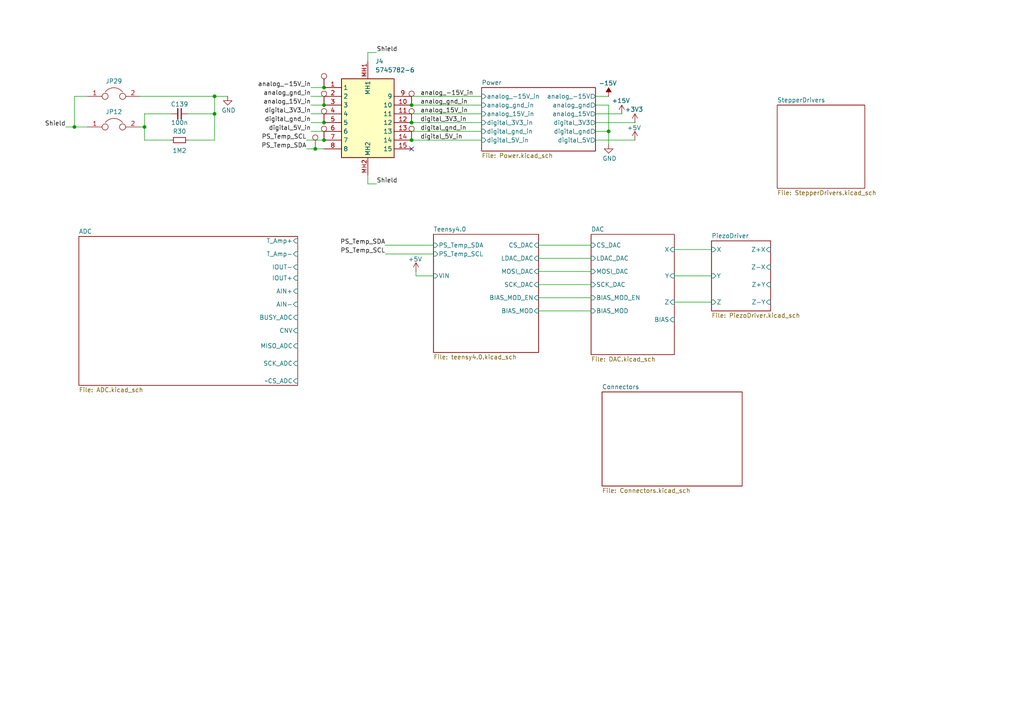
<source format=kicad_sch>
(kicad_sch (version 20250114) (generator "eeschema") (generator_version "9.0")
  (paper "A4")
  (lib_symbols
    (symbol "5745782-6:5745782-6"
      (property "Reference" "J" (at 29.21 12.7 0))
      (property "Value" "5745782-6" (at 29.21 10.16 0))
      (symbol "5745782-6_1_1"
        (rectangle (start 5.08 7.62) (end 27.94 -7.62) (stroke (width 0.254)) (fill (type background)))
        (pin passive line (at 0 0 0) (length 5.08) (name "MH2") (number "MH2"))
        (pin passive line (at 7.62 12.7 270) (length 5.08) (name "8") (number "8"))
        (pin passive line (at 7.62 -12.7 90) (length 5.08) (name "15") (number "15"))
        (pin passive line (at 10.16 12.7 270) (length 5.08) (name "7") (number "7"))
        (pin passive line (at 10.16 -12.7 90) (length 5.08) (name "14") (number "14"))
        (pin passive line (at 12.7 12.7 270) (length 5.08) (name "6") (number "6"))
        (pin passive line (at 12.7 -12.7 90) (length 5.08) (name "13") (number "13"))
        (pin passive line (at 15.24 12.7 270) (length 5.08) (name "5") (number "5"))
        (pin passive line (at 15.24 -12.7 90) (length 5.08) (name "12") (number "12"))
        (pin passive line (at 17.78 12.7 270) (length 5.08) (name "4") (number "4"))
        (pin passive line (at 17.78 -12.7 90) (length 5.08) (name "11") (number "11"))
        (pin passive line (at 20.32 12.7 270) (length 5.08) (name "3") (number "3"))
        (pin passive line (at 20.32 -12.7 90) (length 5.08) (name "10") (number "10"))
        (pin passive line (at 22.86 12.7 270) (length 5.08) (name "2") (number "2"))
        (pin passive line (at 22.86 -12.7 90) (length 5.08) (name "9") (number "9"))
        (pin passive line (at 25.4 12.7 270) (length 5.08) (name "1") (number "1"))
        (pin passive line (at 33.02 0 180) (length 5.08) (name "MH1") (number "MH1"))
      )
    )
    (symbol "Connector:TestPoint" (pin_numbers (hide yes)) (pin_names (offset 0.762) (hide yes))
      (property "Reference" "TP" (at 0 6.858 0))
      (property "Value" "TestPoint" (at 0 5.08 0))
      (symbol "TestPoint_0_1"
        (circle (center 0 3.302) (radius 0.762))
      )
      (symbol "TestPoint_1_1"
        (pin passive line (at 0 0 90) (length 2.54) (name "1") (number "1"))
      )
    )
    (symbol "Device:C_Small" (pin_numbers (hide yes)) (pin_names (offset 0.254) (hide yes))
      (property "Reference" "C" (at 0.254 1.778 0))
      (property "Value" "C_Small" (at 0.254 -2.032 0))
      (symbol "C_Small_0_1"
        (polyline (pts (xy -1.524 0.508) (xy 1.524 0.508)) (stroke (width 0.3048)))
        (polyline (pts (xy -1.524 -0.508) (xy 1.524 -0.508)) (stroke (width 0.3302)))
      )
      (symbol "C_Small_1_1"
        (pin passive line (at 0 2.54 270) (length 2.032) (name "~") (number "1"))
        (pin passive line (at 0 -2.54 90) (length 2.032) (name "~") (number "2"))
      )
    )
    (symbol "Device:R_Small" (pin_numbers (hide yes)) (pin_names (offset 0.254) (hide yes))
      (property "Reference" "R" (at 0.762 0.508 0))
      (property "Value" "R_Small" (at 0.762 -1.016 0))
      (symbol "R_Small_0_1"
        (rectangle (start -0.762 1.778) (end 0.762 -1.778) (stroke (width 0.2032)))
      )
      (symbol "R_Small_1_1"
        (pin passive line (at 0 2.54 270) (length 0.762) (name "~") (number "1"))
        (pin passive line (at 0 -2.54 90) (length 0.762) (name "~") (number "2"))
      )
    )
    (symbol "Mainboard-rescue:Jumper-Device" (pin_names (offset 0.762) (hide yes))
      (property "Reference" "JP" (at 0 3.81 0))
      (property "Value" "Device_Jumper" (at 0 -2.032 0))
      (symbol "Jumper-Device_0_1"
        (circle (center -2.54 0) (radius 0.889))
        (arc (start -2.4892 1.27) (mid 0.0077 2.4896) (end 2.5146 1.27))
        (circle (center 2.54 0) (radius 0.889))
        (pin passive line (at -7.62 0 0) (length 4.191) (name "1") (number "1"))
        (pin passive line (at 7.62 0 180) (length 4.191) (name "2") (number "2"))
      )
    )
    (symbol "power:+15V" (power) (pin_numbers (hide yes)) (pin_names (offset 0) (hide yes))
      (property "Value" "+15V" (at 0 3.556 0))
      (symbol "+15V_0_1"
        (polyline (pts (xy -0.762 1.27) (xy 0 2.54)))
        (polyline (pts (xy 0 2.54) (xy 0.762 1.27)))
        (polyline (pts (xy 0 0) (xy 0 2.54)))
      )
      (symbol "+15V_1_1"
        (pin power_in line (at 0 0 90) (length 0) (name "~") (number "1"))
      )
    )
    (symbol "power:+3V3" (power) (pin_numbers (hide yes)) (pin_names (offset 0) (hide yes))
      (property "Value" "+3V3" (at 0 3.556 0))
      (symbol "+3V3_0_1"
        (polyline (pts (xy -0.762 1.27) (xy 0 2.54)))
        (polyline (pts (xy 0 2.54) (xy 0.762 1.27)))
        (polyline (pts (xy 0 0) (xy 0 2.54)))
      )
      (symbol "+3V3_1_1"
        (pin power_in line (at 0 0 90) (length 0) (name "~") (number "1"))
      )
    )
    (symbol "power:+5V" (power) (pin_numbers (hide yes)) (pin_names (offset 0) (hide yes))
      (property "Value" "+5V" (at 0 3.556 0))
      (symbol "+5V_0_1"
        (polyline (pts (xy -0.762 1.27) (xy 0 2.54)))
        (polyline (pts (xy 0 2.54) (xy 0.762 1.27)))
        (polyline (pts (xy 0 0) (xy 0 2.54)))
      )
      (symbol "+5V_1_1"
        (pin power_in line (at 0 0 90) (length 0) (name "~") (number "1"))
      )
    )
    (symbol "power:-15V" (power) (pin_numbers (hide yes)) (pin_names (offset 0) (hide yes))
      (property "Value" "-15V" (at 0 3.556 0))
      (symbol "-15V_0_0"
        (pin power_in line (at 0 0 90) (length 0) (name "~") (number "1"))
      )
      (symbol "-15V_0_1"
        (polyline (pts (xy 0 0) (xy 0 1.27) (xy 0.762 1.27) (xy 0 2.54) (xy -0.762 1.27) (xy 0 1.27)) (fill (type outline)))
      )
    )
    (symbol "power:GND" (power) (pin_numbers (hide yes)) (pin_names (offset 0) (hide yes))
      (property "Value" "GND" (at 0 -3.81 0))
      (symbol "GND_0_1"
        (polyline (pts (xy 0 0) (xy 0 -1.27) (xy 1.27 -1.27) (xy 0 -2.54) (xy -1.27 -1.27) (xy 0 -1.27)))
      )
      (symbol "GND_1_1"
        (pin power_in line (at 0 0 270) (length 0) (name "~") (number "1"))
      )
    )
  )
  (junction (at 119.38 35.56))
  (junction (at 93.98 30.48))
  (junction (at 119.38 30.48))
  (junction (at 41.91 36.83))
  (junction (at 93.98 40.64))
  (junction (at 93.98 25.4))
  (junction (at 21.59 36.83))
  (junction (at 93.98 35.56))
  (junction (at 62.23 33.02))
  (junction (at 176.53 38.1))
  (junction (at 119.38 40.64))
  (junction (at 62.23 27.94))
  (junction (at 91.44 43.18))
  (no_connect (at 119.38 43.18))
  (wire (pts (xy 88.9 43.18) (xy 91.44 43.18)))
  (wire (pts (xy 62.23 27.94) (xy 62.23 33.02)))
  (wire (pts (xy 176.53 30.48) (xy 176.53 38.1)))
  (wire (pts (xy 90.17 30.48) (xy 93.98 30.48)))
  (wire (pts (xy 195.58 87.63) (xy 206.375 87.63)))
  (wire (pts (xy 119.38 30.48) (xy 139.7 30.48)))
  (wire (pts (xy 21.59 36.83) (xy 25.4 36.83)))
  (wire (pts (xy 41.91 33.02) (xy 41.91 36.83)))
  (wire (pts (xy 119.38 35.56) (xy 139.7 35.56)))
  (wire (pts (xy 119.38 38.1) (xy 139.7 38.1)))
  (wire (pts (xy 119.38 27.94) (xy 139.7 27.94)))
  (wire (pts (xy 21.59 36.83) (xy 19.05 36.83)))
  (wire (pts (xy 109.22 53.34) (xy 106.68 53.34)))
  (wire (pts (xy 91.44 43.18) (xy 93.98 43.18)))
  (wire (pts (xy 90.17 35.56) (xy 93.98 35.56)))
  (wire (pts (xy 111.76 73.66) (xy 125.73 73.66)))
  (wire (pts (xy 49.53 33.02) (xy 41.91 33.02)))
  (wire (pts (xy 172.72 35.56) (xy 184.15 35.56)))
  (wire (pts (xy 106.68 50.8) (xy 106.68 53.34)))
  (wire (pts (xy 90.17 33.02) (xy 93.98 33.02)))
  (wire (pts (xy 25.4 27.94) (xy 21.59 27.94)))
  (wire (pts (xy 90.17 27.94) (xy 93.98 27.94)))
  (wire (pts (xy 156.21 74.93) (xy 171.45 74.93)))
  (wire (pts (xy 62.23 33.02) (xy 54.61 33.02)))
  (wire (pts (xy 195.58 72.39) (xy 206.375 72.39)))
  (wire (pts (xy 88.9 40.64) (xy 93.98 40.64)))
  (wire (pts (xy 119.38 33.02) (xy 139.7 33.02)))
  (wire (pts (xy 172.72 27.94) (xy 176.53 27.94)))
  (wire (pts (xy 40.64 27.94) (xy 62.23 27.94)))
  (wire (pts (xy 156.21 90.17) (xy 171.45 90.17)))
  (wire (pts (xy 90.17 38.1) (xy 93.98 38.1)))
  (wire (pts (xy 41.91 40.64) (xy 41.91 36.83)))
  (wire (pts (xy 172.72 38.1) (xy 176.53 38.1)))
  (wire (pts (xy 120.65 78.74) (xy 120.65 80.01)))
  (wire (pts (xy 172.72 33.02) (xy 180.34 33.02)))
  (wire (pts (xy 62.23 27.94) (xy 66.04 27.94)))
  (wire (pts (xy 106.68 15.24) (xy 109.22 15.24)))
  (wire (pts (xy 172.72 40.64) (xy 184.15 40.64)))
  (wire (pts (xy 41.91 36.83) (xy 40.64 36.83)))
  (wire (pts (xy 156.21 78.74) (xy 171.45 78.74)))
  (wire (pts (xy 54.61 40.64) (xy 62.23 40.64)))
  (wire (pts (xy 62.23 33.02) (xy 62.23 40.64)))
  (wire (pts (xy 120.65 80.01) (xy 125.73 80.01)))
  (wire (pts (xy 90.17 25.4) (xy 93.98 25.4)))
  (wire (pts (xy 176.53 41.91) (xy 176.53 38.1)))
  (wire (pts (xy 156.21 82.55) (xy 171.45 82.55)))
  (wire (pts (xy 21.59 27.94) (xy 21.59 36.83)))
  (wire (pts (xy 106.68 17.78) (xy 106.68 15.24)))
  (wire (pts (xy 156.21 71.12) (xy 171.45 71.12)))
  (wire (pts (xy 119.38 40.64) (xy 139.7 40.64)))
  (wire (pts (xy 172.72 30.48) (xy 176.53 30.48)))
  (wire (pts (xy 111.76 71.12) (xy 125.73 71.12)))
  (wire (pts (xy 41.91 40.64) (xy 49.53 40.64)))
  (wire (pts (xy 156.21 86.36) (xy 171.45 86.36)))
  (wire (pts (xy 195.58 80.01) (xy 206.375 80.01)))
  (label "analog_-15V_in" (at 90.17 25.4 180))
  (label "analog_gnd_in" (at 90.17 27.94 180))
  (label "analog_15V_in" (at 90.17 30.48 180))
  (label "PS_Temp_SDA" (at 88.9 43.18 180))
  (label "analog_15V_in" (at 121.92 33.02 0))
  (label "PS_Temp_SCL" (at 88.9 40.64 180))
  (label "digital_5V_in" (at 121.92 40.64 0))
  (label "PS_Temp_SDA" (at 111.76 71.12 180))
  (label "digital_gnd_in" (at 90.17 35.56 180))
  (label "digital_5V_in" (at 90.17 38.1 180))
  (label "Shield" (at 109.22 53.34 0))
  (label "digital_gnd_in" (at 121.92 38.1 0))
  (label "PS_Temp_SCL" (at 111.76 73.66 180))
  (label "Shield" (at 19.05 36.83 180))
  (label "analog_gnd_in" (at 121.92 30.48 0))
  (label "digital_3V3_in" (at 90.17 33.02 180))
  (label "digital_3V3_in" (at 121.92 35.56 0))
  (label "Shield" (at 109.22 15.24 0))
  (label "analog_-15V_in" (at 121.92 27.94 0))
  (symbol (lib_id "Connector:TestPoint") (at 93.98 25.4 0) (unit 1)
    (property "Reference" "TP1" (effects (hide yes)))
    (property "Value" "TestPoint" (effects (hide yes)))
    (property "Footprint" "TestPoint:TestPoint_Loop_D1.80mm_Drill1.0mm_Beaded" (effects (hide yes)))
    (property "Mouser Part Number" "534-5005" (effects (hide yes)))
  )
  (symbol (lib_id "Mainboard-rescue:Jumper-Device") (at 33.02 36.83 0) (unit 1)
    (property "Reference" "JP12" (at 33.02 32.4358 0))
    (property "Value" "Jumper" (effects (hide yes)))
    (property "Footprint" "Jumper:SolderJumper-2_P1.3mm_Open_TrianglePad1.0x1.5mm" (effects (hide yes)))
  )
  (symbol (lib_id "Device:C_Small") (at 52.07 33.02 270) (unit 1)
    (property "Reference" "C139" (at 52.07 30.226 90))
    (property "Value" "100n" (at 52.07 35.56 90))
    (property "Footprint" "Capacitor_SMD:C_1206_3216Metric_Pad1.42x1.75mm_HandSolder" (effects (hide yes)))
    (property "LCSC" "C24497" (effects (hide yes)))
  )
  (symbol (lib_id "Device:R_Small") (at 52.07 40.64 270) (unit 1)
    (property "Reference" "R30" (at 52.07 38.1 90))
    (property "Value" "1M2" (at 52.07 43.688 90))
    (property "Footprint" "Resistor_SMD:R_1206_3216Metric_Pad1.42x1.75mm_HandSolder" (effects (hide yes)))
    (property "LCSC" "C22107" (effects (hide yes)))
  )
  (symbol (lib_id "Mainboard-rescue:Jumper-Device") (at 33.02 27.94 0) (unit 1)
    (property "Reference" "JP29" (at 33.02 23.5458 0))
    (property "Value" "Jumper" (effects (hide yes)))
    (property "Footprint" "Jumper:SolderJumper-2_P1.3mm_Open_TrianglePad1.0x1.5mm" (effects (hide yes)))
  )
  (symbol (lib_id "Connector:TestPoint") (at 119.38 35.56 0) (unit 1)
    (property "Reference" "TP4" (effects (hide yes)))
    (property "Value" "TestPoint" (effects (hide yes)))
    (property "Footprint" "TestPoint:TestPoint_Loop_D1.80mm_Drill1.0mm_Beaded" (effects (hide yes)))
    (property "Mouser Part Number" "534-5005" (effects (hide yes)))
  )
  (symbol (lib_id "5745782-6:5745782-6") (at 106.68 50.8 90) (unit 1)
    (property "Reference" "J4" (at 108.8233 17.78 90) (effects (justify right)))
    (property "Value" "5745782-6" (at 108.8233 20.32 90) (effects (justify right)))
    (property "Footprint" "57457826:57457826" (effects (hide yes)))
    (property "Datasheet" "https://www.te.com/commerce/DocumentDelivery/DDEController?Action=srchrtrv&DocNm=82068_AMPLIMITE_Right-Angle_Posted_Conn&DocType=Catalog%20Section&DocLang=English&PartCntxt=5745782-6&DocFormat=pdf" (effects (hide yes)))
    (property "Description" "Body Features: Mating Feature Material Zinc | Mating Feature Plating Material Clear Chromate | Connector Profile Standard | Insert Material Zinc | Shell Plating Material Tin | Configuration Features: Number of Rows 2 | Number of Positions 15 | PCB Mount Orientation Right Angle | Contact Features: Contact Mating Area Plating Material Gold | PCB Contact Termination Area Plating Material Tin | Contact Current Rating (Max) 6 AMP | Contact Base Material Phosphor Bronze | Contact Shape & Form Round | Contact Mati" (effects (hide yes)))
    (property "Height" "12.9286" (effects (hide yes)))
    (property "Mouser Part Number" "571-5745782-6" (effects (hide yes)))
    (property "Mouser Price/Stock" "https://www.mouser.co.uk/ProductDetail/TE-Connectivity/5745782-6?qs=2De2tSDgB00BgEMQieiN9w%3D%3D" (effects (hide yes)))
    (property "Manufacturer_Name" "TE Connectivity" (effects (hide yes)))
    (property "Manufacturer_Part_Number" "5745782-6" (effects (hide yes)))
  )
  (symbol (lib_id "power:+5V") (at 184.15 40.64 0) (unit 1)
    (property "Reference" "#PWR05" (effects (hide yes)))
    (property "Value" "+5V" (at 183.896 37.084 0))
    (property "Description" "Power symbol creates a global label with name \"+5V\"" (effects (hide yes)))
  )
  (symbol (lib_id "power:GND") (at 176.53 41.91 0) (unit 1)
    (property "Reference" "#PWR06" (effects (hide yes)))
    (property "Value" "GND" (at 176.784 45.974 0))
    (property "Description" "Power symbol creates a global label with name \"GND\" , ground" (effects (hide yes)))
  )
  (symbol (lib_id "Connector:TestPoint") (at 119.38 40.64 0) (unit 1)
    (property "Reference" "TP6" (effects (hide yes)))
    (property "Value" "TestPoint" (effects (hide yes)))
    (property "Footprint" "TestPoint:TestPoint_Loop_D1.80mm_Drill1.0mm_Beaded" (effects (hide yes)))
    (property "Mouser Part Number" "534-5005" (effects (hide yes)))
  )
  (symbol (lib_id "Connector:TestPoint") (at 93.98 40.64 0) (unit 1)
    (property "Reference" "TP7" (effects (hide yes)))
    (property "Value" "TestPoint" (effects (hide yes)))
    (property "Footprint" "TestPoint:TestPoint_Loop_D1.80mm_Drill1.0mm_Beaded" (effects (hide yes)))
    (property "Mouser Part Number" "534-5005" (effects (hide yes)))
  )
  (symbol (lib_id "Connector:TestPoint") (at 93.98 30.48 0) (unit 1)
    (property "Reference" "TP3" (effects (hide yes)))
    (property "Value" "TestPoint" (effects (hide yes)))
    (property "Footprint" "TestPoint:TestPoint_Loop_D1.80mm_Drill1.0mm_Beaded" (effects (hide yes)))
    (property "Mouser Part Number" "534-5005" (effects (hide yes)))
  )
  (symbol (lib_id "Connector:TestPoint") (at 91.44 43.18 0) (unit 1)
    (property "Reference" "TP8" (effects (hide yes)))
    (property "Value" "TestPoint" (effects (hide yes)))
    (property "Footprint" "TestPoint:TestPoint_Loop_D1.80mm_Drill1.0mm_Beaded" (effects (hide yes)))
    (property "Mouser Part Number" "534-5005" (effects (hide yes)))
  )
  (symbol (lib_id "power:-15V") (at 176.53 27.94 0) (unit 1)
    (property "Reference" "#PWR04" (effects (hide yes)))
    (property "Value" "-15V" (at 176.276 24.13 0))
    (property "Description" "Power symbol creates a global label with name \"-15V\"" (effects (hide yes)))
  )
  (symbol (lib_id "power:+3V3") (at 184.15 35.56 0) (unit 1)
    (property "Reference" "#PWR02" (effects (hide yes)))
    (property "Value" "+3V3" (at 183.896 31.75 0))
    (property "Description" "Power symbol creates a global label with name \"+3V3\"" (effects (hide yes)))
  )
  (symbol (lib_id "power:+15V") (at 180.34 33.02 0) (unit 1)
    (property "Reference" "#PWR03" (effects (hide yes)))
    (property "Value" "+15V" (at 180.086 29.21 0))
    (property "Description" "Power symbol creates a global label with name \"+15V\"" (effects (hide yes)))
  )
  (symbol (lib_id "Connector:TestPoint") (at 119.38 30.48 0) (unit 1)
    (property "Reference" "TP2" (effects (hide yes)))
    (property "Value" "TestPoint" (effects (hide yes)))
    (property "Footprint" "TestPoint:TestPoint_Loop_D1.80mm_Drill1.0mm_Beaded" (effects (hide yes)))
    (property "Mouser Part Number" "534-5005" (effects (hide yes)))
  )
  (symbol (lib_id "power:GND") (at 66.04 27.94 0) (unit 1)
    (property "Reference" "#PWR01" (effects (hide yes)))
    (property "Value" "GND" (at 66.294 32.004 0))
    (property "Description" "Power symbol creates a global label with name \"GND\" , ground" (effects (hide yes)))
  )
  (symbol (lib_id "power:+5V") (at 120.65 78.74 0) (unit 1)
    (property "Reference" "#PWR07" (effects (hide yes)))
    (property "Value" "+5V" (at 120.396 75.184 0))
    (property "Description" "Power symbol creates a global label with name \"+5V\"" (effects (hide yes)))
  )
  (symbol (lib_id "Connector:TestPoint") (at 93.98 35.56 0) (unit 1)
    (property "Reference" "TP5" (effects (hide yes)))
    (property "Value" "TestPoint" (effects (hide yes)))
    (property "Footprint" "TestPoint:TestPoint_Loop_D1.80mm_Drill1.0mm_Beaded" (effects (hide yes)))
    (property "Mouser Part Number" "534-5005" (effects (hide yes)))
  )
  (sheet (at 174.625 113.665) (size 40.64 27.305) (stroke (width 0.1524))
    (property "Sheetname" "Connectors" (at 174.625 112.9534 0) (effects (justify left bottom)))
    (property "Sheetfile" "Connectors.kicad_sch" (at 174.625 141.5546 0) (effects (justify left top)))
  )
  (sheet (at 206.375 69.85) (size 17.145 20.32) (stroke (width 0.1524))
    (property "Sheetname" "PiezoDriver" (at 206.375 69.1384 0) (effects (justify left bottom)))
    (property "Sheetfile" "PiezoDriver.kicad_sch" (at 206.375 90.7546 0) (effects (justify left top)))
    (pin "X" input (at 206.375 72.39 180))
    (pin "Y" input (at 206.375 80.01 180))
    (pin "Z" input (at 206.375 87.63 180))
    (pin "Z+X" input (at 223.52 72.39 0))
    (pin "Z-X" input (at 223.52 77.47 0))
    (pin "Z-Y" input (at 223.52 87.63 0))
    (pin "Z+Y" input (at 223.52 82.55 0))
  )
  (sheet (at 139.7 25.4) (size 33.02 18.415) (stroke (width 0.1524))
    (property "Sheetname" "Power" (at 139.7 24.6884 0) (effects (justify left bottom)))
    (property "Sheetfile" "Power.kicad_sch" (at 139.7 44.3996 0) (effects (justify left top)))
    (pin "analog_-15V" output (at 172.72 27.94 0))
    (pin "analog_-15V_in" input (at 139.7 27.94 180))
    (pin "analog_15V" output (at 172.72 33.02 0))
    (pin "analog_15V_in" input (at 139.7 33.02 180))
    (pin "analog_gnd" output (at 172.72 30.48 0))
    (pin "analog_gnd_in" input (at 139.7 30.48 180))
    (pin "digital_3V3" output (at 172.72 35.56 0))
    (pin "digital_3V3_in" input (at 139.7 35.56 180))
    (pin "digital_5V" output (at 172.72 40.64 0))
    (pin "digital_5V_in" input (at 139.7 40.64 180))
    (pin "digital_gnd" output (at 172.72 38.1 0))
    (pin "digital_gnd_in" input (at 139.7 38.1 180))
  )
  (sheet (at 171.45 67.945) (size 24.13 34.925) (stroke (width 0.1524))
    (property "Sheetname" "DAC" (at 171.45 67.2334 0) (effects (justify left bottom)))
    (property "Sheetfile" "DAC.kicad_sch" (at 171.45 103.4546 0) (effects (justify left top)))
    (pin "BIAS" input (at 195.58 92.71 0))
    (pin "BIAS_MOD" input (at 171.45 90.17 180))
    (pin "BIAS_MOD_EN" input (at 171.45 86.36 180))
    (pin "CS_DAC" input (at 171.45 71.12 180))
    (pin "LDAC_DAC" input (at 171.45 74.93 180))
    (pin "MOSI_DAC" input (at 171.45 78.74 180))
    (pin "SCK_DAC" input (at 171.45 82.55 180))
    (pin "X" input (at 195.58 72.39 0))
    (pin "Y" input (at 195.58 80.01 0))
    (pin "Z" input (at 195.58 87.63 0))
  )
  (sheet (at 125.73 67.945) (size 30.48 34.29) (stroke (width 0.1524))
    (property "Sheetname" "Teensy4.0" (at 125.73 67.2334 0) (effects (justify left bottom)))
    (property "Sheetfile" "teensy4.0.kicad_sch" (at 125.73 102.8196 0) (effects (justify left top)))
    (pin "VIN" input (at 125.73 80.01 180))
    (pin "PS_Temp_SCL" input (at 125.73 73.66 180))
    (pin "PS_Temp_SDA" input (at 125.73 71.12 180))
    (pin "CS_DAC" input (at 156.21 71.12 0))
    (pin "LDAC_DAC" input (at 156.21 74.93 0))
    (pin "MOSI_DAC" input (at 156.21 78.74 0))
    (pin "SCK_DAC" input (at 156.21 82.55 0))
    (pin "BIAS_MOD" input (at 156.21 90.17 0))
    (pin "BIAS_MOD_EN" input (at 156.21 86.36 0))
  )
  (sheet (at 22.86 68.58) (size 63.5 43.18) (stroke (width 0.1524))
    (property "Sheetname" "ADC" (at 22.86 67.8684 0) (effects (justify left bottom)))
    (property "Sheetfile" "ADC.kicad_sch" (at 22.86 112.3446 0) (effects (justify left top)))
    (pin "AIN+" input (at 86.36 84.455 0))
    (pin "AIN-" input (at 86.36 88.265 0))
    (pin "BUSY_ADC" input (at 86.36 92.075 0))
    (pin "CNV" input (at 86.36 95.885 0))
    (pin "IOUT+" input (at 86.36 80.645 0))
    (pin "IOUT-" input (at 86.36 77.47 0))
    (pin "MISO_ADC" input (at 86.36 100.33 0))
    (pin "SCK_ADC" input (at 86.36 105.41 0))
    (pin "T_Amp+" input (at 86.36 69.85 0))
    (pin "T_Amp-" input (at 86.36 73.66 0))
    (pin "~CS_ADC" input (at 86.36 110.49 0))
  )
  (sheet (at 225.425 30.48) (size 25.4 24.13) (stroke (width 0.1524))
    (property "Sheetname" "StepperDrivers" (at 225.425 29.7684 0) (effects (justify left bottom)))
    (property "Sheetfile" "StepperDrivers.kicad_sch" (at 225.425 55.1946 0) (effects (justify left top)))
  )
)
</source>
